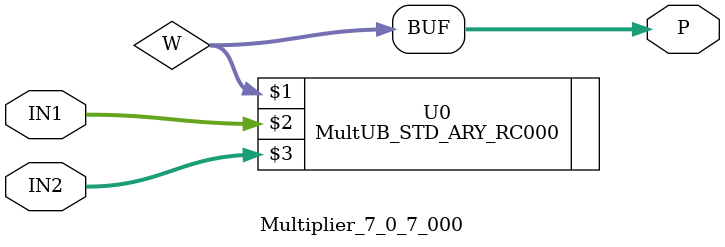
<source format=v>
module UB1BPPG_0_0(O, IN1, IN2);
  output O;
  input IN1;
  input IN2;
  assign O = IN1 & IN2;
endmodule

module UB1BPPG_1_0(O, IN1, IN2);
  output O;
  input IN1;
  input IN2;
  assign O = IN1 & IN2;
endmodule

module UB1BPPG_2_0(O, IN1, IN2);
  output O;
  input IN1;
  input IN2;
  assign O = IN1 & IN2;
endmodule

module UB1BPPG_3_0(O, IN1, IN2);
  output O;
  input IN1;
  input IN2;
  assign O = IN1 & IN2;
endmodule

module UB1BPPG_4_0(O, IN1, IN2);
  output O;
  input IN1;
  input IN2;
  assign O = IN1 & IN2;
endmodule

module UB1BPPG_5_0(O, IN1, IN2);
  output O;
  input IN1;
  input IN2;
  assign O = IN1 & IN2;
endmodule

module UB1BPPG_6_0(O, IN1, IN2);
  output O;
  input IN1;
  input IN2;
  assign O = IN1 & IN2;
endmodule

module UB1BPPG_7_0(O, IN1, IN2);
  output O;
  input IN1;
  input IN2;
  assign O = IN1 & IN2;
endmodule

module UB1BPPG_0_1(O, IN1, IN2);
  output O;
  input IN1;
  input IN2;
  assign O = IN1 & IN2;
endmodule

module UB1BPPG_1_1(O, IN1, IN2);
  output O;
  input IN1;
  input IN2;
  assign O = IN1 & IN2;
endmodule

module UB1BPPG_2_1(O, IN1, IN2);
  output O;
  input IN1;
  input IN2;
  assign O = IN1 & IN2;
endmodule

module UB1BPPG_3_1(O, IN1, IN2);
  output O;
  input IN1;
  input IN2;
  assign O = IN1 & IN2;
endmodule

module UB1BPPG_4_1(O, IN1, IN2);
  output O;
  input IN1;
  input IN2;
  assign O = IN1 & IN2;
endmodule

module UB1BPPG_5_1(O, IN1, IN2);
  output O;
  input IN1;
  input IN2;
  assign O = IN1 & IN2;
endmodule

module UB1BPPG_6_1(O, IN1, IN2);
  output O;
  input IN1;
  input IN2;
  assign O = IN1 & IN2;
endmodule

module UB1BPPG_7_1(O, IN1, IN2);
  output O;
  input IN1;
  input IN2;
  assign O = IN1 & IN2;
endmodule

module UB1BPPG_0_2(O, IN1, IN2);
  output O;
  input IN1;
  input IN2;
  assign O = IN1 & IN2;
endmodule

module UB1BPPG_1_2(O, IN1, IN2);
  output O;
  input IN1;
  input IN2;
  assign O = IN1 & IN2;
endmodule

module UB1BPPG_2_2(O, IN1, IN2);
  output O;
  input IN1;
  input IN2;
  assign O = IN1 & IN2;
endmodule

module UB1BPPG_3_2(O, IN1, IN2);
  output O;
  input IN1;
  input IN2;
  assign O = IN1 & IN2;
endmodule

module UB1BPPG_4_2(O, IN1, IN2);
  output O;
  input IN1;
  input IN2;
  assign O = IN1 & IN2;
endmodule

module UB1BPPG_5_2(O, IN1, IN2);
  output O;
  input IN1;
  input IN2;
  assign O = IN1 & IN2;
endmodule

module UB1BPPG_6_2(O, IN1, IN2);
  output O;
  input IN1;
  input IN2;
  assign O = IN1 & IN2;
endmodule

module UB1BPPG_7_2(O, IN1, IN2);
  output O;
  input IN1;
  input IN2;
  assign O = IN1 & IN2;
endmodule

module UB1BPPG_0_3(O, IN1, IN2);
  output O;
  input IN1;
  input IN2;
  assign O = IN1 & IN2;
endmodule

module UB1BPPG_1_3(O, IN1, IN2);
  output O;
  input IN1;
  input IN2;
  assign O = IN1 & IN2;
endmodule

module UB1BPPG_2_3(O, IN1, IN2);
  output O;
  input IN1;
  input IN2;
  assign O = IN1 & IN2;
endmodule

module UB1BPPG_3_3(O, IN1, IN2);
  output O;
  input IN1;
  input IN2;
  assign O = IN1 & IN2;
endmodule

module UB1BPPG_4_3(O, IN1, IN2);
  output O;
  input IN1;
  input IN2;
  assign O = IN1 & IN2;
endmodule

module UB1BPPG_5_3(O, IN1, IN2);
  output O;
  input IN1;
  input IN2;
  assign O = IN1 & IN2;
endmodule

module UB1BPPG_6_3(O, IN1, IN2);
  output O;
  input IN1;
  input IN2;
  assign O = IN1 & IN2;
endmodule

module UB1BPPG_7_3(O, IN1, IN2);
  output O;
  input IN1;
  input IN2;
  assign O = IN1 & IN2;
endmodule

module UB1BPPG_0_4(O, IN1, IN2);
  output O;
  input IN1;
  input IN2;
  assign O = IN1 & IN2;
endmodule

module UB1BPPG_1_4(O, IN1, IN2);
  output O;
  input IN1;
  input IN2;
  assign O = IN1 & IN2;
endmodule

module UB1BPPG_2_4(O, IN1, IN2);
  output O;
  input IN1;
  input IN2;
  assign O = IN1 & IN2;
endmodule

module UB1BPPG_3_4(O, IN1, IN2);
  output O;
  input IN1;
  input IN2;
  assign O = IN1 & IN2;
endmodule

module UB1BPPG_4_4(O, IN1, IN2);
  output O;
  input IN1;
  input IN2;
  assign O = IN1 & IN2;
endmodule

module UB1BPPG_5_4(O, IN1, IN2);
  output O;
  input IN1;
  input IN2;
  assign O = IN1 & IN2;
endmodule

module UB1BPPG_6_4(O, IN1, IN2);
  output O;
  input IN1;
  input IN2;
  assign O = IN1 & IN2;
endmodule

module UB1BPPG_7_4(O, IN1, IN2);
  output O;
  input IN1;
  input IN2;
  assign O = IN1 & IN2;
endmodule

module UB1BPPG_0_5(O, IN1, IN2);
  output O;
  input IN1;
  input IN2;
  assign O = IN1 & IN2;
endmodule

module UB1BPPG_1_5(O, IN1, IN2);
  output O;
  input IN1;
  input IN2;
  assign O = IN1 & IN2;
endmodule

module UB1BPPG_2_5(O, IN1, IN2);
  output O;
  input IN1;
  input IN2;
  assign O = IN1 & IN2;
endmodule

module UB1BPPG_3_5(O, IN1, IN2);
  output O;
  input IN1;
  input IN2;
  assign O = IN1 & IN2;
endmodule

module UB1BPPG_4_5(O, IN1, IN2);
  output O;
  input IN1;
  input IN2;
  assign O = IN1 & IN2;
endmodule

module UB1BPPG_5_5(O, IN1, IN2);
  output O;
  input IN1;
  input IN2;
  assign O = IN1 & IN2;
endmodule

module UB1BPPG_6_5(O, IN1, IN2);
  output O;
  input IN1;
  input IN2;
  assign O = IN1 & IN2;
endmodule

module UB1BPPG_7_5(O, IN1, IN2);
  output O;
  input IN1;
  input IN2;
  assign O = IN1 & IN2;
endmodule

module UB1BPPG_0_6(O, IN1, IN2);
  output O;
  input IN1;
  input IN2;
  assign O = IN1 & IN2;
endmodule

module UB1BPPG_1_6(O, IN1, IN2);
  output O;
  input IN1;
  input IN2;
  assign O = IN1 & IN2;
endmodule

module UB1BPPG_2_6(O, IN1, IN2);
  output O;
  input IN1;
  input IN2;
  assign O = IN1 & IN2;
endmodule

module UB1BPPG_3_6(O, IN1, IN2);
  output O;
  input IN1;
  input IN2;
  assign O = IN1 & IN2;
endmodule

module UB1BPPG_4_6(O, IN1, IN2);
  output O;
  input IN1;
  input IN2;
  assign O = IN1 & IN2;
endmodule

module UB1BPPG_5_6(O, IN1, IN2);
  output O;
  input IN1;
  input IN2;
  assign O = IN1 & IN2;
endmodule

module UB1BPPG_6_6(O, IN1, IN2);
  output O;
  input IN1;
  input IN2;
  assign O = IN1 & IN2;
endmodule

module UB1BPPG_7_6(O, IN1, IN2);
  output O;
  input IN1;
  input IN2;
  assign O = IN1 & IN2;
endmodule

module UB1BPPG_0_7(O, IN1, IN2);
  output O;
  input IN1;
  input IN2;
  assign O = IN1 & IN2;
endmodule

module UB1BPPG_1_7(O, IN1, IN2);
  output O;
  input IN1;
  input IN2;
  assign O = IN1 & IN2;
endmodule

module UB1BPPG_2_7(O, IN1, IN2);
  output O;
  input IN1;
  input IN2;
  assign O = IN1 & IN2;
endmodule

module UB1BPPG_3_7(O, IN1, IN2);
  output O;
  input IN1;
  input IN2;
  assign O = IN1 & IN2;
endmodule

module UB1BPPG_4_7(O, IN1, IN2);
  output O;
  input IN1;
  input IN2;
  assign O = IN1 & IN2;
endmodule

module UB1BPPG_5_7(O, IN1, IN2);
  output O;
  input IN1;
  input IN2;
  assign O = IN1 & IN2;
endmodule

module UB1BPPG_6_7(O, IN1, IN2);
  output O;
  input IN1;
  input IN2;
  assign O = IN1 & IN2;
endmodule

module UB1BPPG_7_7(O, IN1, IN2);
  output O;
  input IN1;
  input IN2;
  assign O = IN1 & IN2;
endmodule

module UB1DCON_0(O, I);
  output O;
  input I;
  assign O = I;
endmodule

module UBHA_1(C, S, X, Y);
  output C;
  output S;
  input X;
  input Y;
  GTECH_ADD_AB U0 (.A(X), .B(Y), .S(S), .COUT(C));
endmodule

module UBFA_2(C, S, X, Y, Z);
  output C;
  output S;
  input X;
  input Y;
  input Z;
  GTECH_ADD_ABC U0 (.A(X), .B(Y), .C(Z), .S(S), .COUT(C));
endmodule

module UBFA_3(C, S, X, Y, Z);
  output C;
  output S;
  input X;
  input Y;
  input Z;
  GTECH_ADD_ABC U0 (.A(X), .B(Y), .C(Z), .S(S), .COUT(C));
endmodule

module UBFA_4(C, S, X, Y, Z);
  output C;
  output S;
  input X;
  input Y;
  input Z;
  GTECH_ADD_ABC U0 (.A(X), .B(Y), .C(Z), .S(S), .COUT(C));
endmodule

module UBFA_5(C, S, X, Y, Z);
  output C;
  output S;
  input X;
  input Y;
  input Z;
  GTECH_ADD_ABC U0 (.A(X), .B(Y), .C(Z), .S(S), .COUT(C));
endmodule

module UBFA_6(C, S, X, Y, Z);
  output C;
  output S;
  input X;
  input Y;
  input Z;
  GTECH_ADD_ABC U0 (.A(X), .B(Y), .C(Z), .S(S), .COUT(C));
endmodule

module UBFA_7(C, S, X, Y, Z);
  output C;
  output S;
  input X;
  input Y;
  input Z;
  GTECH_ADD_ABC U0 (.A(X), .B(Y), .C(Z), .S(S), .COUT(C));
endmodule

module UBHA_8(C, S, X, Y);
  output C;
  output S;
  input X;
  input Y;
  GTECH_ADD_AB U0 (.A(X), .B(Y), .S(S), .COUT(C));
endmodule

module UB1DCON_9(O, I);
  output O;
  input I;
  assign O = I;
endmodule

module UB1DCON_1(O, I);
  output O;
  input I;
  assign O = I;
endmodule

module UBHA_2(C, S, X, Y);
  output C;
  output S;
  input X;
  input Y;
  GTECH_ADD_AB U0 (.A(X), .B(Y), .S(S), .COUT(C));
endmodule

module UBFA_8(C, S, X, Y, Z);
  output C;
  output S;
  input X;
  input Y;
  input Z;
  GTECH_ADD_ABC U0 (.A(X), .B(Y), .C(Z), .S(S), .COUT(C));
endmodule

module UBFA_9(C, S, X, Y, Z);
  output C;
  output S;
  input X;
  input Y;
  input Z;
  GTECH_ADD_ABC U0 (.A(X), .B(Y), .C(Z), .S(S), .COUT(C));
endmodule

module UB1DCON_10(O, I);
  output O;
  input I;
  assign O = I;
endmodule

module UB1DCON_2(O, I);
  output O;
  input I;
  assign O = I;
endmodule

module UBHA_3(C, S, X, Y);
  output C;
  output S;
  input X;
  input Y;
  GTECH_ADD_AB U0 (.A(X), .B(Y), .S(S), .COUT(C));
endmodule

module UBFA_10(C, S, X, Y, Z);
  output C;
  output S;
  input X;
  input Y;
  input Z;
  GTECH_ADD_ABC U0 (.A(X), .B(Y), .C(Z), .S(S), .COUT(C));
endmodule

module UB1DCON_11(O, I);
  output O;
  input I;
  assign O = I;
endmodule

module UB1DCON_3(O, I);
  output O;
  input I;
  assign O = I;
endmodule

module UBHA_4(C, S, X, Y);
  output C;
  output S;
  input X;
  input Y;
  GTECH_ADD_AB U0 (.A(X), .B(Y), .S(S), .COUT(C));
endmodule

module UBFA_11(C, S, X, Y, Z);
  output C;
  output S;
  input X;
  input Y;
  input Z;
  GTECH_ADD_ABC U0 (.A(X), .B(Y), .C(Z), .S(S), .COUT(C));
endmodule

module UB1DCON_12(O, I);
  output O;
  input I;
  assign O = I;
endmodule

module UB1DCON_4(O, I);
  output O;
  input I;
  assign O = I;
endmodule

module UBHA_5(C, S, X, Y);
  output C;
  output S;
  input X;
  input Y;
  GTECH_ADD_AB U0 (.A(X), .B(Y), .S(S), .COUT(C));
endmodule

module UBFA_12(C, S, X, Y, Z);
  output C;
  output S;
  input X;
  input Y;
  input Z;
  GTECH_ADD_ABC U0 (.A(X), .B(Y), .C(Z), .S(S), .COUT(C));
endmodule

module UB1DCON_13(O, I);
  output O;
  input I;
  assign O = I;
endmodule

module UB1DCON_5(O, I);
  output O;
  input I;
  assign O = I;
endmodule

module UBHA_6(C, S, X, Y);
  output C;
  output S;
  input X;
  input Y;
  GTECH_ADD_AB U0 (.A(X), .B(Y), .S(S), .COUT(C));
endmodule

module UBFA_13(C, S, X, Y, Z);
  output C;
  output S;
  input X;
  input Y;
  input Z;
  GTECH_ADD_ABC U0 (.A(X), .B(Y), .C(Z), .S(S), .COUT(C));
endmodule

module UB1DCON_14(O, I);
  output O;
  input I;
  assign O = I;
endmodule

module UBFA_14(C, S, X, Y, Z);
  output C;
  output S;
  input X;
  input Y;
  input Z;
  GTECH_ADD_ABC U0 (.A(X), .B(Y), .C(Z), .S(S), .COUT(C));
endmodule

module UBZero_7_7(O);
  output [7:7] O;
  assign O[7] = 0;
endmodule

module UB1DCON_6(O, I);
  output O;
  input I;
  assign O = I;
endmodule

module Multiplier_7_0_7_000(P, IN1, IN2);
  output [15:0] P;
  input [7:0] IN1;
  input [7:0] IN2;
  wire [15:0] W;
  assign P[0] = W[0];
  assign P[1] = W[1];
  assign P[2] = W[2];
  assign P[3] = W[3];
  assign P[4] = W[4];
  assign P[5] = W[5];
  assign P[6] = W[6];
  assign P[7] = W[7];
  assign P[8] = W[8];
  assign P[9] = W[9];
  assign P[10] = W[10];
  assign P[11] = W[11];
  assign P[12] = W[12];
  assign P[13] = W[13];
  assign P[14] = W[14];
  assign P[15] = W[15];
  MultUB_STD_ARY_RC000 U0 (W, IN1, IN2);
endmodule


</source>
